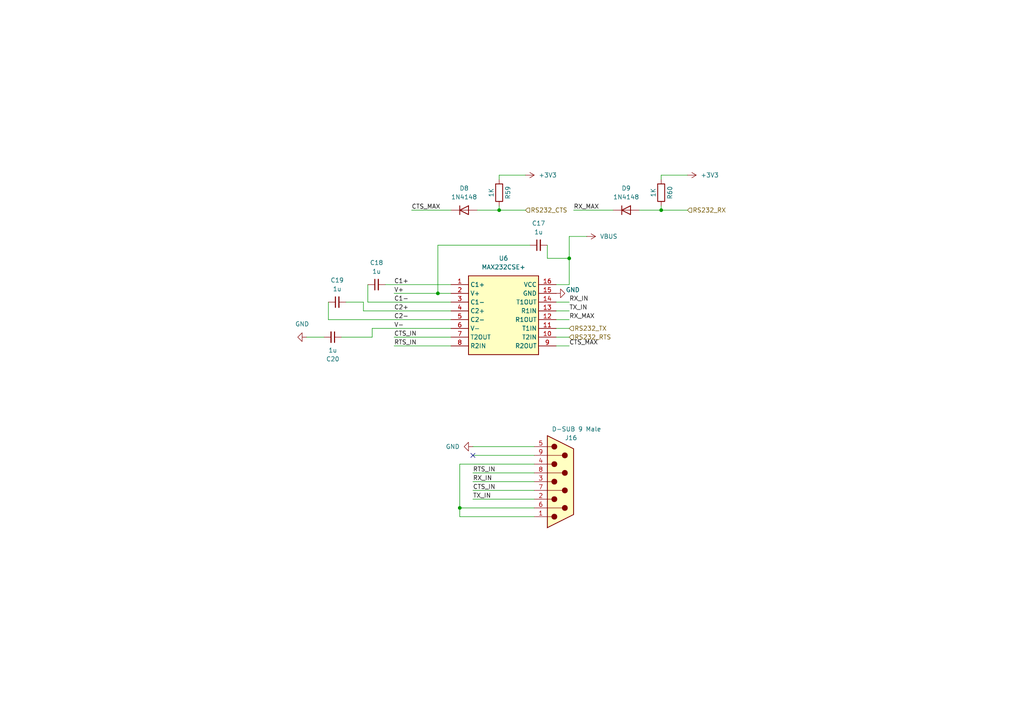
<source format=kicad_sch>
(kicad_sch (version 20250114) (generator "eeschema") (generator_version "9.0")
  (paper "A4")
  (title_block (title "FRANK M1") (date "2025-04-09") (rev "${VERSION}") (company "Mikhail Matveev") (comment 1 "https://github.com/xtremespb/frank"))
  (lib_symbols
    (symbol "Device:C_Small" (pin_numbers (hide yes)) (pin_names (offset 0.254) (hide yes))
      (property "Reference" "C" (at 0.254 1.778 0))
      (property "Value" "C_Small" (at 0.254 -2.032 0))
      (symbol "C_Small_0_1"
        (polyline (pts (xy -1.524 0.508) (xy 1.524 0.508)) (stroke (width 0.3048)))
        (polyline (pts (xy -1.524 -0.508) (xy 1.524 -0.508)) (stroke (width 0.3302)))
      )
      (symbol "C_Small_1_1"
        (pin passive line (at 0 2.54 270) (length 2.032) (name "~") (number "1"))
        (pin passive line (at 0 -2.54 90) (length 2.032) (name "~") (number "2"))
      )
    )
    (symbol "Device:R" (pin_numbers (hide yes)) (pin_names (offset 0))
      (property "Reference" "R" (at 2.032 0 90))
      (property "Value" "R" (at 0 0 90))
      (symbol "R_0_1"
        (rectangle (start -1.016 -2.54) (end 1.016 2.54) (stroke (width 0.254)))
      )
      (symbol "R_1_1"
        (pin passive line (at 0 3.81 270) (length 1.27) (name "~") (number "1"))
        (pin passive line (at 0 -3.81 90) (length 1.27) (name "~") (number "2"))
      )
    )
    (symbol "Diode:1N4148" (pin_numbers (hide yes)) (pin_names (hide yes))
      (property "Reference" "D" (at 0 2.54 0))
      (property "Value" "1N4148" (at 0 -2.54 0))
      (symbol "1N4148_0_1"
        (polyline (pts (xy -1.27 1.27) (xy -1.27 -1.27)) (stroke (width 0.254)))
        (polyline (pts (xy 1.27 1.27) (xy 1.27 -1.27) (xy -1.27 0) (xy 1.27 1.27)) (stroke (width 0.254)))
        (polyline (pts (xy 1.27 0) (xy -1.27 0)))
      )
      (symbol "1N4148_1_1"
        (pin passive line (at -3.81 0 0) (length 2.54) (name "K") (number "1"))
        (pin passive line (at 3.81 0 180) (length 2.54) (name "A") (number "2"))
      )
    )
    (symbol "FRANK:DB9_Male_Small" (pin_names (offset 1.016) (hide yes))
      (property "Reference" "JOY1" (at 1.27 12.7 0))
      (symbol "DB9_Male_Small_0_1"
        (polyline (pts (xy -3.81 10.16) (xy -2.54 10.16)))
        (polyline (pts (xy -3.81 7.62) (xy 0.508 7.62)))
        (polyline (pts (xy -3.81 5.08) (xy -2.54 5.08)))
        (polyline (pts (xy -3.81 2.54) (xy 0.508 2.54)))
        (polyline (pts (xy -3.81 0) (xy -2.54 0)))
        (polyline (pts (xy -3.81 -2.54) (xy 0.508 -2.54)))
        (polyline (pts (xy -3.81 -5.08) (xy -2.54 -5.08)))
        (polyline (pts (xy -3.81 -7.62) (xy 0.508 -7.62)))
        (polyline (pts (xy -3.81 -10.16) (xy -2.54 -10.16)))
        (polyline (pts (xy -3.81 -13.335) (xy -3.81 13.335) (xy 3.81 9.525) (xy 3.81 -9.525) (xy -3.81 -13.335)) (stroke (width 0.254)) (fill (type background)))
        (circle (center -1.778 10.16) (radius 0.762) (fill (type outline)))
        (circle (center -1.778 5.08) (radius 0.762) (fill (type outline)))
        (circle (center -1.778 0) (radius 0.762) (fill (type outline)))
        (circle (center -1.778 -5.08) (radius 0.762) (fill (type outline)))
        (circle (center -1.778 -10.16) (radius 0.762) (fill (type outline)))
        (circle (center 1.27 7.62) (radius 0.762) (fill (type outline)))
        (circle (center 1.27 2.54) (radius 0.762) (fill (type outline)))
        (circle (center 1.27 -2.54) (radius 0.762) (fill (type outline)))
        (circle (center 1.27 -7.62) (radius 0.762) (fill (type outline)))
      )
      (symbol "DB9_Male_Small_1_1"
        (pin passive line (at -7.62 10.16 0) (length 3.81) (name "5") (number "5"))
        (pin passive line (at -7.62 7.62 0) (length 3.81) (name "9") (number "9"))
        (pin passive line (at -7.62 5.08 0) (length 3.81) (name "4") (number "4"))
        (pin passive line (at -7.62 2.54 0) (length 3.81) (name "8") (number "8"))
        (pin passive line (at -7.62 0 0) (length 3.81) (name "3") (number "3"))
        (pin passive line (at -7.62 -2.54 0) (length 3.81) (name "7") (number "7"))
        (pin passive line (at -7.62 -5.08 0) (length 3.81) (name "2") (number "2"))
        (pin passive line (at -7.62 -7.62 0) (length 3.81) (name "6") (number "6"))
        (pin passive line (at -7.62 -10.16 0) (length 3.81) (name "1") (number "1"))
      )
    )
    (symbol "FRANK:MAX232CSE+"
      (property "Reference" "MAX1" (at 15.24 7.62 0))
      (property "Value" "MAX232CSE+" (at 15.24 5.08 0))
      (symbol "MAX232CSE+_1_1"
        (rectangle (start 5.08 2.54) (end 25.4 -20.32) (stroke (width 0.254)) (fill (type background)))
        (pin passive line (at 0 0 0) (length 5.08) (name "C1+") (number "1"))
        (pin passive line (at 0 -2.54 0) (length 5.08) (name "V+") (number "2"))
        (pin passive line (at 0 -5.08 0) (length 5.08) (name "C1-") (number "3"))
        (pin passive line (at 0 -7.62 0) (length 5.08) (name "C2+") (number "4"))
        (pin passive line (at 0 -10.16 0) (length 5.08) (name "C2-") (number "5"))
        (pin passive line (at 0 -12.7 0) (length 5.08) (name "V-") (number "6"))
        (pin passive line (at 0 -15.24 0) (length 5.08) (name "T2OUT") (number "7"))
        (pin passive line (at 0 -17.78 0) (length 5.08) (name "R2IN") (number "8"))
        (pin passive line (at 30.48 0 180) (length 5.08) (name "VCC") (number "16"))
        (pin passive line (at 30.48 -2.54 180) (length 5.08) (name "GND") (number "15"))
        (pin passive line (at 30.48 -5.08 180) (length 5.08) (name "T1OUT") (number "14"))
        (pin passive line (at 30.48 -7.62 180) (length 5.08) (name "R1IN") (number "13"))
        (pin passive line (at 30.48 -10.16 180) (length 5.08) (name "R1OUT") (number "12"))
        (pin passive line (at 30.48 -12.7 180) (length 5.08) (name "T1IN") (number "11"))
        (pin passive line (at 30.48 -15.24 180) (length 5.08) (name "T2IN") (number "10"))
        (pin passive line (at 30.48 -17.78 180) (length 5.08) (name "R2OUT") (number "9"))
      )
    )
    (symbol "GND_2" (power) (pin_numbers (hide yes)) (pin_names (offset 0) (hide yes))
      (property "Value" "GND" (at 0 -3.81 0))
      (symbol "GND_2_0_1"
        (polyline (pts (xy 0 0) (xy 0 -1.27) (xy 1.27 -1.27) (xy 0 -2.54) (xy -1.27 -1.27) (xy 0 -1.27)))
      )
      (symbol "GND_2_1_1"
        (pin power_in line (at 0 0 270) (length 0) (name "~") (number "1"))
      )
    )
    (symbol "GND_3" (power) (pin_numbers (hide yes)) (pin_names (offset 0) (hide yes))
      (property "Value" "GND" (at 0 -3.81 0))
      (symbol "GND_3_0_1"
        (polyline (pts (xy 0 0) (xy 0 -1.27) (xy 1.27 -1.27) (xy 0 -2.54) (xy -1.27 -1.27) (xy 0 -1.27)))
      )
      (symbol "GND_3_1_1"
        (pin power_in line (at 0 0 270) (length 0) (name "~") (number "1"))
      )
    )
    (symbol "GND_7" (power) (pin_numbers (hide yes)) (pin_names (offset 0) (hide yes))
      (property "Value" "GND" (at 0 -3.81 0))
      (symbol "GND_7_0_1"
        (polyline (pts (xy 0 0) (xy 0 -1.27) (xy 1.27 -1.27) (xy 0 -2.54) (xy -1.27 -1.27) (xy 0 -1.27)))
      )
      (symbol "GND_7_1_1"
        (pin power_in line (at 0 0 270) (length 0) (name "~") (number "1"))
      )
    )
    (symbol "power:+3V3" (power) (pin_numbers (hide yes)) (pin_names (offset 0) (hide yes))
      (property "Value" "+3V3" (at 0 3.556 0))
      (symbol "+3V3_0_1"
        (polyline (pts (xy -0.762 1.27) (xy 0 2.54)))
        (polyline (pts (xy 0 2.54) (xy 0.762 1.27)))
        (polyline (pts (xy 0 0) (xy 0 2.54)))
      )
      (symbol "+3V3_1_1"
        (pin power_in line (at 0 0 90) (length 0) (name "~") (number "1"))
      )
    )
    (symbol "power:VBUS" (power) (pin_numbers (hide yes)) (pin_names (offset 0) (hide yes))
      (property "Value" "VBUS" (at 0 3.556 0))
      (symbol "VBUS_0_1"
        (polyline (pts (xy -0.762 1.27) (xy 0 2.54)))
        (polyline (pts (xy 0 2.54) (xy 0.762 1.27)))
        (polyline (pts (xy 0 0) (xy 0 2.54)))
      )
      (symbol "VBUS_1_1"
        (pin power_in line (at 0 0 90) (length 0) (name "~") (number "1"))
      )
    )
  )
  (junction (at 144.78 60.96))
  (junction (at 191.77 60.96))
  (junction (at 133.35 147.32))
  (junction (at 165.1 74.93))
  (junction (at 127 85.09))
  (no_connect (at 137.16 132.08))
  (wire (pts (xy 137.16 144.78) (xy 154.94 144.78)))
  (wire (pts (xy 161.29 97.79) (xy 165.1 97.79)))
  (wire (pts (xy 161.29 92.71) (xy 165.1 92.71)))
  (wire (pts (xy 137.16 139.7) (xy 154.94 139.7)))
  (wire (pts (xy 107.95 97.79) (xy 107.95 95.25)))
  (wire (pts (xy 133.35 149.86) (xy 133.35 147.32)))
  (wire (pts (xy 93.98 97.79) (xy 88.9 97.79)))
  (wire (pts (xy 107.95 95.25) (xy 130.81 95.25)))
  (wire (pts (xy 191.77 50.8) (xy 191.77 52.07)))
  (wire (pts (xy 158.75 74.93) (xy 158.75 71.12)))
  (wire (pts (xy 95.25 92.71) (xy 130.81 92.71)))
  (wire (pts (xy 99.06 97.79) (xy 107.95 97.79)))
  (wire (pts (xy 111.76 82.55) (xy 130.81 82.55)))
  (wire (pts (xy 133.35 147.32) (xy 133.35 134.62)))
  (wire (pts (xy 133.35 134.62) (xy 154.94 134.62)))
  (wire (pts (xy 144.78 59.69) (xy 144.78 60.96)))
  (wire (pts (xy 166.37 60.96) (xy 177.8 60.96)))
  (wire (pts (xy 185.42 60.96) (xy 191.77 60.96)))
  (wire (pts (xy 161.29 82.55) (xy 165.1 82.55)))
  (wire (pts (xy 133.35 147.32) (xy 154.94 147.32)))
  (wire (pts (xy 100.33 87.63) (xy 105.41 87.63)))
  (wire (pts (xy 165.1 68.58) (xy 170.18 68.58)))
  (wire (pts (xy 144.78 60.96) (xy 152.4 60.96)))
  (wire (pts (xy 127 71.12) (xy 127 85.09)))
  (wire (pts (xy 106.68 82.55) (xy 106.68 87.63)))
  (wire (pts (xy 106.68 87.63) (xy 130.81 87.63)))
  (wire (pts (xy 105.41 87.63) (xy 105.41 90.17)))
  (wire (pts (xy 161.29 100.33) (xy 165.1 100.33)))
  (wire (pts (xy 105.41 90.17) (xy 130.81 90.17)))
  (wire (pts (xy 152.4 50.8) (xy 144.78 50.8)))
  (wire (pts (xy 137.16 129.54) (xy 154.94 129.54)))
  (wire (pts (xy 199.39 50.8) (xy 191.77 50.8)))
  (wire (pts (xy 95.25 87.63) (xy 95.25 92.71)))
  (wire (pts (xy 114.3 100.33) (xy 130.81 100.33)))
  (wire (pts (xy 114.3 97.79) (xy 130.81 97.79)))
  (wire (pts (xy 114.3 85.09) (xy 127 85.09)))
  (wire (pts (xy 144.78 50.8) (xy 144.78 52.07)))
  (wire (pts (xy 127 85.09) (xy 130.81 85.09)))
  (wire (pts (xy 153.67 71.12) (xy 127 71.12)))
  (wire (pts (xy 138.43 60.96) (xy 144.78 60.96)))
  (wire (pts (xy 191.77 59.69) (xy 191.77 60.96)))
  (wire (pts (xy 137.16 132.08) (xy 154.94 132.08)))
  (wire (pts (xy 191.77 60.96) (xy 199.39 60.96)))
  (wire (pts (xy 161.29 87.63) (xy 165.1 87.63)))
  (wire (pts (xy 161.29 90.17) (xy 165.1 90.17)))
  (wire (pts (xy 133.35 149.86) (xy 154.94 149.86)))
  (wire (pts (xy 165.1 74.93) (xy 165.1 68.58)))
  (wire (pts (xy 137.16 137.16) (xy 154.94 137.16)))
  (wire (pts (xy 165.1 74.93) (xy 165.1 82.55)))
  (wire (pts (xy 161.29 95.25) (xy 165.1 95.25)))
  (wire (pts (xy 119.38 60.96) (xy 130.81 60.96)))
  (wire (pts (xy 158.75 74.93) (xy 165.1 74.93)))
  (wire (pts (xy 137.16 142.24) (xy 154.94 142.24)))
  (label "CTS_MAX" (at 165.1 100.33 0))
  (label "RX_IN" (at 165.1 87.63 0))
  (label "CTS_IN" (at 114.3 97.79 0))
  (label "CTS_MAX" (at 119.38 60.96 0))
  (label "RX_MAX" (at 166.37 60.96 0))
  (label "TX_IN" (at 137.16 144.78 0))
  (label "C1-" (at 114.3 87.63 0))
  (label "V-" (at 114.3 95.25 0))
  (label "RTS_IN" (at 137.16 137.16 0))
  (label "C2-" (at 114.3 92.71 0))
  (label "RX_MAX" (at 165.1 92.71 0))
  (label "C1+" (at 114.3 82.55 0))
  (label "RTS_IN" (at 114.3 100.33 0))
  (label "C2+" (at 114.3 90.17 0))
  (label "CTS_IN" (at 137.16 142.24 0))
  (label "TX_IN" (at 165.1 90.17 0))
  (label "RX_IN" (at 137.16 139.7 0))
  (label "V+" (at 114.3 85.09 0))
  (hierarchical_label "RS232_RX" (shape input) (at 199.39 60.96 0))
  (hierarchical_label "RS232_CTS" (shape input) (at 152.4 60.96 0))
  (hierarchical_label "RS232_RTS" (shape input) (at 165.1 97.79 0))
  (hierarchical_label "RS232_TX" (shape input) (at 165.1 95.25 0))
  (symbol (lib_id "Device:C_Small") (at 109.22 82.55 90) (unit 1)
    (property "Reference" "C18" (at 109.2263 76.2 90))
    (property "Value" "1u" (at 109.2263 78.74 90))
    (property "Footprint" "FRANK:Capacitor (0805)" (effects (hide yes)))
    (property "Datasheet" "https://eu.mouser.com/datasheet/2/447/KEM_C1075_X7R_HT_SMD-3316221.pdf" (effects (hide yes)))
    (property "Description" "Unpolarized capacitor, small symbol" (effects (hide yes)))
    (property "AliExpress" "https://www.aliexpress.com/item/33008008276.html" (effects (hide yes)))
  )
  (symbol (lib_id "power:+3V3") (at 152.4 50.8 270) (unit 1)
    (property "Reference" "#PWR077" (effects (hide yes)))
    (property "Value" "+3V3" (at 156.21 50.7999 90) (effects (justify left)))
    (property "Description" "Power symbol creates a global label with name \"+3V3\"" (effects (hide yes)))
  )
  (symbol (lib_id "power:VBUS") (at 170.18 68.58 270) (unit 1)
    (property "Reference" "#PWR080" (effects (hide yes)))
    (property "Value" "VBUS" (at 173.99 68.5799 90) (effects (justify left)))
    (property "Description" "Power symbol creates a global label with name \"VBUS\"" (effects (hide yes)))
  )
  (symbol (lib_id "Device:C_Small") (at 97.79 87.63 90) (unit 1)
    (property "Reference" "C19" (at 97.7963 81.28 90))
    (property "Value" "1u" (at 97.7963 83.82 90))
    (property "Footprint" "FRANK:Capacitor (0805)" (effects (hide yes)))
    (property "Datasheet" "https://eu.mouser.com/datasheet/2/447/KEM_C1075_X7R_HT_SMD-3316221.pdf" (effects (hide yes)))
    (property "Description" "Unpolarized capacitor, small symbol" (effects (hide yes)))
    (property "AliExpress" "https://www.aliexpress.com/item/33008008276.html" (effects (hide yes)))
  )
  (symbol (lib_id "Device:C_Small") (at 156.21 71.12 90) (unit 1)
    (property "Reference" "C17" (at 156.2163 64.77 90))
    (property "Value" "1u" (at 156.2163 67.31 90))
    (property "Footprint" "FRANK:Capacitor (0805)" (effects (hide yes)))
    (property "Datasheet" "https://eu.mouser.com/datasheet/2/447/KEM_C1075_X7R_HT_SMD-3316221.pdf" (effects (hide yes)))
    (property "Description" "Unpolarized capacitor, small symbol" (effects (hide yes)))
    (property "AliExpress" "https://www.aliexpress.com/item/33008008276.html" (effects (hide yes)))
  )
  (symbol (lib_id "power:+3V3") (at 199.39 50.8 270) (unit 1)
    (property "Reference" "#PWR078" (effects (hide yes)))
    (property "Value" "+3V3" (at 203.2 50.7999 90) (effects (justify left)))
    (property "Description" "Power symbol creates a global label with name \"+3V3\"" (effects (hide yes)))
  )
  (symbol (lib_id "Device:R") (at 191.77 55.88 180) (unit 1)
    (property "Reference" "R60" (at 194.31 55.88 90))
    (property "Value" "1K" (at 189.484 55.88 90))
    (property "Footprint" "FRANK:Resistor (0805)" (effects (hide yes)))
    (property "Datasheet" "https://www.vishay.com/docs/28952/mcs0402at-mct0603at-mcu0805at-mca1206at.pdf" (effects (hide yes)))
    (property "AliExpress" "https://www.aliexpress.com/item/1005005945735199.html" (effects (hide yes)))
  )
  (symbol (lib_id "Device:C_Small") (at 96.52 97.79 270) (unit 1)
    (property "Reference" "C20" (at 96.52 104.14 90))
    (property "Value" "1u" (at 96.52 101.6 90))
    (property "Footprint" "FRANK:Capacitor (0805)" (effects (hide yes)))
    (property "Datasheet" "https://eu.mouser.com/datasheet/2/447/KEM_C1075_X7R_HT_SMD-3316221.pdf" (effects (hide yes)))
    (property "Description" "Unpolarized capacitor, small symbol" (effects (hide yes)))
    (property "AliExpress" "https://www.aliexpress.com/item/33008008276.html" (effects (hide yes)))
  )
  (symbol (lib_name "GND_3") (lib_id "power:GND") (at 137.16 129.54 270) (unit 1)
    (property "Reference" "#PWR079" (effects (hide yes)))
    (property "Value" "GND" (at 133.35 129.5399 90) (effects (justify right)))
    (property "Description" "Power symbol creates a global label with name \"GND\" , ground" (effects (hide yes)))
  )
  (symbol (lib_id "Diode:1N4148") (at 181.61 60.96 0) (unit 1)
    (property "Reference" "D9" (at 181.61 54.61 0))
    (property "Value" "1N4148" (at 181.61 57.15 0))
    (property "Footprint" "FRANK:Diode (SOD-323)" (effects (hide yes)))
    (property "Datasheet" "https://www.vishay.com/docs/85748/1n4148w.pdf" (effects (hide yes)))
    (property "Description" "100V 0.15A standard switching diode, DO-35" (effects (hide yes)))
    (property "Sim.Device" "D" (effects (hide yes)))
    (property "Sim.Pins" "1=K 2=A" (effects (hide yes)))
    (property "AliExpress" "https://www.aliexpress.com/item/1005005707644429.html" (effects (hide yes)))
  )
  (symbol (lib_id "FRANK:MAX232CSE+") (at 130.81 82.55 0) (unit 1)
    (property "Reference" "U6" (at 146.05 74.93 0))
    (property "Value" "MAX232CSE+" (at 146.05 77.47 0))
    (property "Footprint" "FRANK:SOIC127P600X175-16N" (effects (hide yes)))
    (property "Datasheet" "http://datasheets.maximintegrated.com/en/ds/MAX220-MAX249.pdf" (effects (hide yes)))
    (property "Description" "MAX232CSE+, Line Transceiver, EIA/TIA-232-E, RS-232, V.24, V.28 2-TX 2-RX 2-TRX, 5V, 16-Pin SOIC" (effects (hide yes)))
    (property "Height" "1.75" (effects (hide yes)))
    (property "Mouser Part Number" "700-MAX232CSE" (effects (hide yes)))
    (property "Mouser Price/Stock" "https://www.mouser.co.uk/ProductDetail/Analog-Devices-Maxim-Integrated/MAX232CSE%2b?qs=1THa7WoU59E0tHinO%252BHrBQ%3D%3D" (effects (hide yes)))
    (property "Manufacturer_Name" "Analog Devices" (effects (hide yes)))
    (property "Manufacturer_Part_Number" "MAX232CSE+" (effects (hide yes)))
    (property "AliExpress" "https://www.aliexpress.com/item/1005006286473801.html" (effects (hide yes)))
  )
  (symbol (lib_name "GND_7") (lib_id "power:GND") (at 88.9 97.79 270) (unit 1)
    (property "Reference" "#PWR082" (effects (hide yes)))
    (property "Value" "GND" (at 87.63 93.98 90))
    (property "Description" "Power symbol creates a global label with name \"GND\" , ground" (effects (hide yes)))
  )
  (symbol (lib_id "Device:R") (at 144.78 55.88 180) (unit 1)
    (property "Reference" "R59" (at 147.32 55.88 90))
    (property "Value" "1K" (at 142.494 55.88 90))
    (property "Footprint" "FRANK:Resistor (0805)" (effects (hide yes)))
    (property "Datasheet" "https://www.vishay.com/docs/28952/mcs0402at-mct0603at-mcu0805at-mca1206at.pdf" (effects (hide yes)))
    (property "AliExpress" "https://www.aliexpress.com/item/1005005945735199.html" (effects (hide yes)))
  )
  (symbol (lib_name "GND_2") (lib_id "power:GND") (at 161.29 85.09 90) (unit 1)
    (property "Reference" "#PWR081" (effects (hide yes)))
    (property "Value" "GND" (at 164.084 84.074 90) (effects (justify right)))
    (property "Description" "Power symbol creates a global label with name \"GND\" , ground" (effects (hide yes)))
  )
  (symbol (lib_id "Diode:1N4148") (at 134.62 60.96 0) (unit 1)
    (property "Reference" "D8" (at 134.62 54.61 0))
    (property "Value" "1N4148" (at 134.62 57.15 0))
    (property "Footprint" "FRANK:Diode (SOD-323)" (effects (hide yes)))
    (property "Datasheet" "https://www.vishay.com/docs/85748/1n4148w.pdf" (effects (hide yes)))
    (property "Description" "100V 0.15A standard switching diode, DO-35" (effects (hide yes)))
    (property "Sim.Device" "D" (effects (hide yes)))
    (property "Sim.Pins" "1=K 2=A" (effects (hide yes)))
    (property "AliExpress" "https://www.aliexpress.com/item/1005005707644429.html" (effects (hide yes)))
  )
  (symbol (lib_id "FRANK:DB9_Male_Small") (at 162.56 139.7 0) (unit 1)
    (property "Reference" "J16" (at 163.83 127 0) (effects (justify left)))
    (property "Value" "D-SUB 9 Male" (at 160.02 124.46 0) (effects (justify left)))
    (property "Footprint" "FRANK:D-SUB (9 pin, male, top mount)" (effects (hide yes)))
    (property "Datasheet" "https://eu.mouser.com/datasheet/2/578/original-3313093.pdf" (effects (hide yes)))
    (property "AliExpress" "https://www.aliexpress.com/item/4001214300548.html" (effects (hide yes)))
  )
)
</source>
